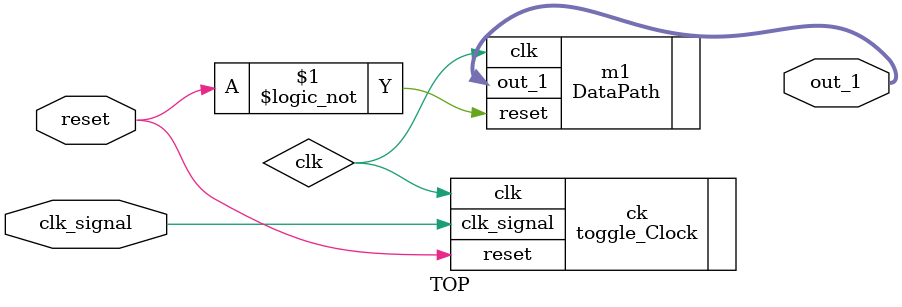
<source format=v>
`timescale 1ns / 1ps

module TOP(
    input reset, 
    input clk_signal,  
    output [3:0] out_1
   
);
    wire clk;
    
    toggle_Clock ck(.reset(reset),.clk_signal(clk_signal), .clk(clk));

    DataPath m1(.clk(clk) ,.reset(!reset) ,.out_1(out_1));
endmodule
</source>
